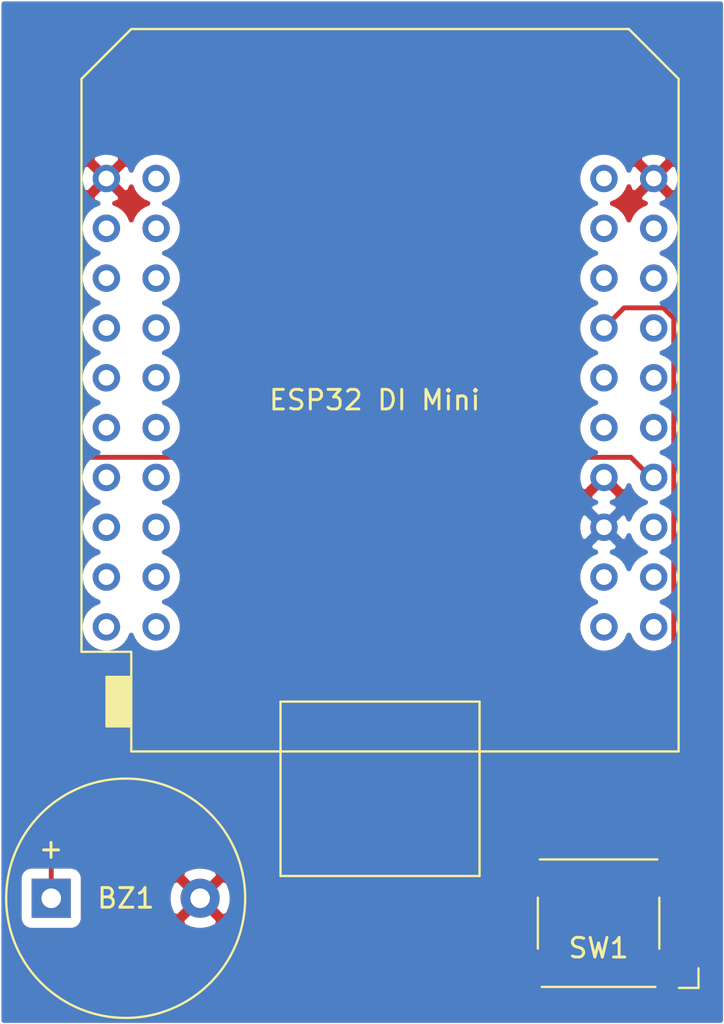
<source format=kicad_pcb>
(kicad_pcb (version 20171130) (host pcbnew "(5.1.9-0-10_14)")

  (general
    (thickness 1.6)
    (drawings 4)
    (tracks 11)
    (zones 0)
    (modules 3)
    (nets 39)
  )

  (page A4)
  (layers
    (0 F.Cu signal)
    (31 B.Cu signal)
    (32 B.Adhes user)
    (33 F.Adhes user)
    (34 B.Paste user)
    (35 F.Paste user)
    (36 B.SilkS user)
    (37 F.SilkS user)
    (38 B.Mask user)
    (39 F.Mask user)
    (40 Dwgs.User user)
    (41 Cmts.User user)
    (42 Eco1.User user)
    (43 Eco2.User user)
    (44 Edge.Cuts user)
    (45 Margin user)
    (46 B.CrtYd user)
    (47 F.CrtYd user)
    (48 B.Fab user)
    (49 F.Fab user)
  )

  (setup
    (last_trace_width 0.25)
    (trace_clearance 0.2)
    (zone_clearance 0.508)
    (zone_45_only no)
    (trace_min 0.2)
    (via_size 0.8)
    (via_drill 0.4)
    (via_min_size 0.4)
    (via_min_drill 0.3)
    (uvia_size 0.3)
    (uvia_drill 0.1)
    (uvias_allowed no)
    (uvia_min_size 0.2)
    (uvia_min_drill 0.1)
    (edge_width 0.05)
    (segment_width 0.2)
    (pcb_text_width 0.3)
    (pcb_text_size 1.5 1.5)
    (mod_edge_width 0.12)
    (mod_text_size 1 1)
    (mod_text_width 0.15)
    (pad_size 1.524 1.524)
    (pad_drill 0.762)
    (pad_to_mask_clearance 0)
    (aux_axis_origin 0 0)
    (visible_elements FFFFFF7F)
    (pcbplotparams
      (layerselection 0x010f0_ffffffff)
      (usegerberextensions true)
      (usegerberattributes true)
      (usegerberadvancedattributes true)
      (creategerberjobfile true)
      (excludeedgelayer true)
      (linewidth 0.100000)
      (plotframeref false)
      (viasonmask false)
      (mode 1)
      (useauxorigin false)
      (hpglpennumber 1)
      (hpglpenspeed 20)
      (hpglpendiameter 15.000000)
      (psnegative false)
      (psa4output false)
      (plotreference true)
      (plotvalue true)
      (plotinvisibletext false)
      (padsonsilk false)
      (subtractmaskfromsilk false)
      (outputformat 1)
      (mirror false)
      (drillshape 0)
      (scaleselection 1)
      (outputdirectory ""))
  )

  (net 0 "")
  (net 1 GND)
  (net 2 "Net-(BZ1-Pad1)")
  (net 3 "Net-(SW1-Pad2)")
  (net 4 "Net-(U1-Pad2)")
  (net 5 "Net-(U1-Pad3)")
  (net 6 "Net-(U1-Pad4)")
  (net 7 "Net-(U1-Pad5)")
  (net 8 "Net-(U1-Pad6)")
  (net 9 "Net-(U1-Pad7)")
  (net 10 "Net-(U1-Pad8)")
  (net 11 "Net-(U1-Pad9)")
  (net 12 "Net-(U1-Pad10)")
  (net 13 "Net-(U1-Pad11)")
  (net 14 "Net-(U1-Pad12)")
  (net 15 "Net-(U1-Pad13)")
  (net 16 "Net-(U1-Pad14)")
  (net 17 "Net-(U1-Pad15)")
  (net 18 "Net-(U1-Pad16)")
  (net 19 "Net-(U1-Pad17)")
  (net 20 "Net-(U1-Pad18)")
  (net 21 "Net-(U1-Pad19)")
  (net 22 "Net-(U1-Pad20)")
  (net 23 "Net-(U1-Pad21)")
  (net 24 "Net-(U1-Pad23)")
  (net 25 "Net-(U1-Pad24)")
  (net 26 "Net-(U1-Pad25)")
  (net 27 "Net-(U1-Pad26)")
  (net 28 "Net-(U1-Pad28)")
  (net 29 "Net-(U1-Pad29)")
  (net 30 "Net-(U1-Pad30)")
  (net 31 "Net-(U1-Pad31)")
  (net 32 "Net-(U1-Pad32)")
  (net 33 +5V)
  (net 34 "Net-(U1-Pad36)")
  (net 35 "Net-(U1-Pad37)")
  (net 36 "Net-(U1-Pad38)")
  (net 37 "Net-(U1-Pad39)")
  (net 38 "Net-(U1-Pad40)")

  (net_class Default "This is the default net class."
    (clearance 0.2)
    (trace_width 0.25)
    (via_dia 0.8)
    (via_drill 0.4)
    (uvia_dia 0.3)
    (uvia_drill 0.1)
    (add_net +5V)
    (add_net GND)
    (add_net "Net-(BZ1-Pad1)")
    (add_net "Net-(SW1-Pad2)")
    (add_net "Net-(U1-Pad10)")
    (add_net "Net-(U1-Pad11)")
    (add_net "Net-(U1-Pad12)")
    (add_net "Net-(U1-Pad13)")
    (add_net "Net-(U1-Pad14)")
    (add_net "Net-(U1-Pad15)")
    (add_net "Net-(U1-Pad16)")
    (add_net "Net-(U1-Pad17)")
    (add_net "Net-(U1-Pad18)")
    (add_net "Net-(U1-Pad19)")
    (add_net "Net-(U1-Pad2)")
    (add_net "Net-(U1-Pad20)")
    (add_net "Net-(U1-Pad21)")
    (add_net "Net-(U1-Pad23)")
    (add_net "Net-(U1-Pad24)")
    (add_net "Net-(U1-Pad25)")
    (add_net "Net-(U1-Pad26)")
    (add_net "Net-(U1-Pad28)")
    (add_net "Net-(U1-Pad29)")
    (add_net "Net-(U1-Pad3)")
    (add_net "Net-(U1-Pad30)")
    (add_net "Net-(U1-Pad31)")
    (add_net "Net-(U1-Pad32)")
    (add_net "Net-(U1-Pad36)")
    (add_net "Net-(U1-Pad37)")
    (add_net "Net-(U1-Pad38)")
    (add_net "Net-(U1-Pad39)")
    (add_net "Net-(U1-Pad4)")
    (add_net "Net-(U1-Pad40)")
    (add_net "Net-(U1-Pad5)")
    (add_net "Net-(U1-Pad6)")
    (add_net "Net-(U1-Pad7)")
    (add_net "Net-(U1-Pad8)")
    (add_net "Net-(U1-Pad9)")
  )

  (module ESP32_mini:ESP32_mini (layer F.Cu) (tedit 5F536902) (tstamp 6031F485)
    (at 143.785 96.655)
    (path /60319988)
    (fp_text reference "ESP32 DI Mini" (at -0.275 -0.135) (layer F.SilkS)
      (effects (font (size 1 1) (thickness 0.15)))
    )
    (fp_text value mini_esp32 (at 0 -1.27) (layer F.Fab)
      (effects (font (size 1 1) (thickness 0.15)))
    )
    (fp_text user "NO COPPER - KEEP OUT" (at 0 -15.24) (layer Dwgs.User)
      (effects (font (size 1 1) (thickness 0.15)))
    )
    (fp_text user PWR (at 12.573 15.875) (layer Dwgs.User)
      (effects (font (size 0.5 0.5) (thickness 0.125)))
    )
    (fp_text user IO_02 (at 12.7 13.335) (layer Dwgs.User)
      (effects (font (size 0.5 0.5) (thickness 0.125)))
    )
    (fp_line (start 13.97 12.7) (end 11.43 12.7) (layer Dwgs.User) (width 0.12))
    (fp_line (start 13.97 13.97) (end 13.97 12.7) (layer Dwgs.User) (width 0.12))
    (fp_line (start 11.43 13.97) (end 13.97 13.97) (layer Dwgs.User) (width 0.12))
    (fp_line (start 11.43 12.7) (end 11.43 13.97) (layer Dwgs.User) (width 0.12))
    (fp_line (start 13.97 15.24) (end 13.97 16.51) (layer Dwgs.User) (width 0.12))
    (fp_line (start 11.43 15.24) (end 13.97 15.24) (layer Dwgs.User) (width 0.12))
    (fp_line (start 11.43 16.51) (end 11.43 15.24) (layer Dwgs.User) (width 0.12))
    (fp_line (start 13.97 16.51) (end 11.43 16.51) (layer Dwgs.User) (width 0.12))
    (fp_line (start 5.08 15.24) (end 5.08 17.78) (layer F.SilkS) (width 0.12))
    (fp_line (start -5.08 15.24) (end 5.08 15.24) (layer F.SilkS) (width 0.12))
    (fp_line (start -5.08 17.78) (end -5.08 15.24) (layer F.SilkS) (width 0.12))
    (fp_line (start 5.08 24.13) (end 5.08 17.78) (layer F.SilkS) (width 0.12))
    (fp_line (start -5.08 24.13) (end 5.08 24.13) (layer F.SilkS) (width 0.12))
    (fp_line (start -5.08 17.78) (end -5.08 24.13) (layer F.SilkS) (width 0.12))
    (fp_line (start -12.7 17.78) (end 15.24 17.78) (layer F.SilkS) (width 0.12))
    (fp_line (start 15.24 -16.51) (end 11.43 -12.7) (layer Dwgs.User) (width 0.12))
    (fp_line (start 12.7 -19.05) (end 6.35 -12.7) (layer Dwgs.User) (width 0.12))
    (fp_line (start 8.89 -19.05) (end 2.54 -12.7) (layer Dwgs.User) (width 0.12))
    (fp_line (start 5.08 -19.05) (end -1.27 -12.7) (layer Dwgs.User) (width 0.12))
    (fp_line (start 1.27 -19.05) (end -5.08 -12.7) (layer Dwgs.User) (width 0.12))
    (fp_line (start -2.54 -19.05) (end -8.89 -12.7) (layer Dwgs.User) (width 0.12))
    (fp_line (start -6.35 -19.05) (end -12.7 -12.7) (layer Dwgs.User) (width 0.12))
    (fp_line (start -10.16 -19.05) (end -15.24 -13.97) (layer Dwgs.User) (width 0.12))
    (fp_line (start -15.24 -19.05) (end -15.24 -12.7) (layer Dwgs.User) (width 0.12))
    (fp_line (start 15.24 -19.05) (end -15.24 -19.05) (layer Dwgs.User) (width 0.12))
    (fp_line (start 15.24 -12.7) (end 15.24 -19.05) (layer Dwgs.User) (width 0.12))
    (fp_line (start -15.24 -12.7) (end 15.24 -12.7) (layer Dwgs.User) (width 0.12))
    (fp_poly (pts (xy -13.97 16.51) (xy -13.97 13.97) (xy -12.7 13.97) (xy -12.7 16.51)) (layer F.SilkS) (width 0.1))
    (fp_line (start -15.24 12.7) (end -12.7 12.7) (layer F.SilkS) (width 0.12))
    (fp_line (start -15.24 -16.51) (end -15.24 12.7) (layer F.SilkS) (width 0.12))
    (fp_line (start 15.24 -16.51) (end 15.24 17.78) (layer F.SilkS) (width 0.12))
    (fp_line (start -12.7 -19.05) (end -11.43 -19.05) (layer F.SilkS) (width 0.12))
    (fp_line (start -12.7 -19.05) (end -15.24 -16.51) (layer F.SilkS) (width 0.12))
    (fp_line (start 12.7 -19.05) (end 15.24 -16.51) (layer F.SilkS) (width 0.12))
    (fp_line (start 12.7 -19.05) (end -11.43 -19.05) (layer F.SilkS) (width 0.12))
    (fp_line (start -12.7 12.7) (end -12.7 17.78) (layer F.SilkS) (width 0.12))
    (pad 2 thru_hole circle (at -11.43 -11.43 270) (size 1.4 1.4) (drill 0.8) (layers *.Cu *.Mask)
      (net 4 "Net-(U1-Pad2)"))
    (pad 1 thru_hole circle (at -13.97 -11.43 270) (size 1.4 1.4) (drill 0.8) (layers *.Cu *.Mask)
      (net 1 GND))
    (pad 3 thru_hole circle (at -13.97 -8.89 270) (size 1.4 1.4) (drill 0.8) (layers *.Cu *.Mask)
      (net 5 "Net-(U1-Pad3)"))
    (pad 4 thru_hole circle (at -11.43 -8.89 270) (size 1.4 1.4) (drill 0.8) (layers *.Cu *.Mask)
      (net 6 "Net-(U1-Pad4)"))
    (pad 5 thru_hole circle (at -13.97 -6.35 270) (size 1.4 1.4) (drill 0.8) (layers *.Cu *.Mask)
      (net 7 "Net-(U1-Pad5)"))
    (pad 6 thru_hole circle (at -11.43 -6.35 270) (size 1.4 1.4) (drill 0.8) (layers *.Cu *.Mask)
      (net 8 "Net-(U1-Pad6)"))
    (pad 7 thru_hole circle (at -13.97 -3.81 270) (size 1.4 1.4) (drill 0.8) (layers *.Cu *.Mask)
      (net 9 "Net-(U1-Pad7)"))
    (pad 8 thru_hole circle (at -11.43 -3.81 270) (size 1.4 1.4) (drill 0.8) (layers *.Cu *.Mask)
      (net 10 "Net-(U1-Pad8)"))
    (pad 9 thru_hole circle (at -13.97 -1.27 270) (size 1.4 1.4) (drill 0.8) (layers *.Cu *.Mask)
      (net 11 "Net-(U1-Pad9)"))
    (pad 10 thru_hole circle (at -11.43 -1.27 270) (size 1.4 1.4) (drill 0.8) (layers *.Cu *.Mask)
      (net 12 "Net-(U1-Pad10)"))
    (pad 11 thru_hole circle (at -13.97 1.27 270) (size 1.4 1.4) (drill 0.8) (layers *.Cu *.Mask)
      (net 13 "Net-(U1-Pad11)"))
    (pad 12 thru_hole circle (at -11.43 1.27 270) (size 1.4 1.4) (drill 0.8) (layers *.Cu *.Mask)
      (net 14 "Net-(U1-Pad12)"))
    (pad 13 thru_hole circle (at -13.97 3.81 270) (size 1.4 1.4) (drill 0.8) (layers *.Cu *.Mask)
      (net 15 "Net-(U1-Pad13)"))
    (pad 14 thru_hole circle (at -11.43 3.81 270) (size 1.4 1.4) (drill 0.8) (layers *.Cu *.Mask)
      (net 16 "Net-(U1-Pad14)"))
    (pad 15 thru_hole circle (at -13.97 6.35 270) (size 1.4 1.4) (drill 0.8) (layers *.Cu *.Mask)
      (net 17 "Net-(U1-Pad15)"))
    (pad 16 thru_hole circle (at -11.43 6.35 270) (size 1.4 1.4) (drill 0.8) (layers *.Cu *.Mask)
      (net 18 "Net-(U1-Pad16)"))
    (pad 17 thru_hole circle (at -13.97 8.89 270) (size 1.4 1.4) (drill 0.8) (layers *.Cu *.Mask)
      (net 19 "Net-(U1-Pad17)"))
    (pad 18 thru_hole circle (at -11.43 8.89 270) (size 1.4 1.4) (drill 0.8) (layers *.Cu *.Mask)
      (net 20 "Net-(U1-Pad18)"))
    (pad 19 thru_hole circle (at -13.97 11.43 270) (size 1.4 1.4) (drill 0.8) (layers *.Cu *.Mask)
      (net 21 "Net-(U1-Pad19)"))
    (pad 20 thru_hole circle (at -11.43 11.43 270) (size 1.4 1.4) (drill 0.8) (layers *.Cu *.Mask)
      (net 22 "Net-(U1-Pad20)"))
    (pad 21 thru_hole circle (at 11.43 -11.43 270) (size 1.4 1.4) (drill 0.8) (layers *.Cu *.Mask)
      (net 23 "Net-(U1-Pad21)"))
    (pad 22 thru_hole circle (at 13.97 -11.43 270) (size 1.4 1.4) (drill 0.8) (layers *.Cu *.Mask)
      (net 1 GND))
    (pad 23 thru_hole circle (at 11.43 -8.89 270) (size 1.4 1.4) (drill 0.8) (layers *.Cu *.Mask)
      (net 24 "Net-(U1-Pad23)"))
    (pad 24 thru_hole circle (at 13.97 -8.89 270) (size 1.4 1.4) (drill 0.8) (layers *.Cu *.Mask)
      (net 25 "Net-(U1-Pad24)"))
    (pad 25 thru_hole circle (at 11.43 -6.35 270) (size 1.4 1.4) (drill 0.8) (layers *.Cu *.Mask)
      (net 26 "Net-(U1-Pad25)"))
    (pad 26 thru_hole circle (at 13.97 -6.35 270) (size 1.4 1.4) (drill 0.8) (layers *.Cu *.Mask)
      (net 27 "Net-(U1-Pad26)"))
    (pad 27 thru_hole circle (at 11.43 -3.81 270) (size 1.4 1.4) (drill 0.8) (layers *.Cu *.Mask)
      (net 3 "Net-(SW1-Pad2)"))
    (pad 28 thru_hole circle (at 13.97 -3.81 270) (size 1.4 1.4) (drill 0.8) (layers *.Cu *.Mask)
      (net 28 "Net-(U1-Pad28)"))
    (pad 29 thru_hole circle (at 11.43 -1.27 270) (size 1.4 1.4) (drill 0.8) (layers *.Cu *.Mask)
      (net 29 "Net-(U1-Pad29)"))
    (pad 30 thru_hole circle (at 13.97 -1.27 270) (size 1.4 1.4) (drill 0.8) (layers *.Cu *.Mask)
      (net 30 "Net-(U1-Pad30)"))
    (pad 31 thru_hole circle (at 11.43 1.27 270) (size 1.4 1.4) (drill 0.8) (layers *.Cu *.Mask)
      (net 31 "Net-(U1-Pad31)"))
    (pad 32 thru_hole circle (at 13.97 1.27 270) (size 1.4 1.4) (drill 0.8) (layers *.Cu *.Mask)
      (net 32 "Net-(U1-Pad32)"))
    (pad 33 thru_hole circle (at 11.43 3.81 270) (size 1.4 1.4) (drill 0.8) (layers *.Cu *.Mask)
      (net 1 GND))
    (pad 34 thru_hole circle (at 13.97 3.81 270) (size 1.4 1.4) (drill 0.8) (layers *.Cu *.Mask)
      (net 2 "Net-(BZ1-Pad1)"))
    (pad 35 thru_hole circle (at 11.43 6.35 270) (size 1.4 1.4) (drill 0.8) (layers *.Cu *.Mask)
      (net 33 +5V))
    (pad 36 thru_hole circle (at 13.97 6.35 270) (size 1.4 1.4) (drill 0.8) (layers *.Cu *.Mask)
      (net 34 "Net-(U1-Pad36)"))
    (pad 37 thru_hole circle (at 11.43 8.89 270) (size 1.4 1.4) (drill 0.8) (layers *.Cu *.Mask)
      (net 35 "Net-(U1-Pad37)"))
    (pad 38 thru_hole circle (at 13.97 8.89 270) (size 1.4 1.4) (drill 0.8) (layers *.Cu *.Mask)
      (net 36 "Net-(U1-Pad38)"))
    (pad 39 thru_hole circle (at 11.43 11.43 270) (size 1.4 1.4) (drill 0.8) (layers *.Cu *.Mask)
      (net 37 "Net-(U1-Pad39)"))
    (pad 40 thru_hole circle (at 13.97 11.43 270) (size 1.4 1.4) (drill 0.8) (layers *.Cu *.Mask)
      (net 38 "Net-(U1-Pad40)"))
    (model ${KISYS3DMOD}/Connector_PinSocket_1.00mm.3dshapes/PinSocket_1x10_P1.00mm_Vertical.step
      (offset (xyz 14 11.3 0.5))
      (scale (xyz 2.52 2.52 2.52))
      (rotate (xyz 0 0 0))
    )
    (model ${KISYS3DMOD}/Connector_PinSocket_1.00mm.3dshapes/PinSocket_1x10_P1.00mm_Vertical.step
      (offset (xyz -14 11.3 -0.5))
      (scale (xyz 2.52 2.52 2.52))
      (rotate (xyz 0 0 0))
    )
  )

  (module Button_Switch_SMD:SW_SPST_Omron_B3FS-100xP (layer F.Cu) (tedit 5E6E8EA9) (tstamp 6031FA6A)
    (at 154.94 123.19 180)
    (descr "Surface Mount Tactile Switch for High-Density Mounting, 3.1mm height, https://omronfs.omron.com/en_US/ecb/products/pdf/en-b3fs.pdf")
    (tags "Tactile Switch")
    (path /6031E1B8)
    (attr smd)
    (fp_text reference SW1 (at 0 -1.27) (layer F.SilkS)
      (effects (font (size 1 1) (thickness 0.15)))
    )
    (fp_text value SW_Push (at 0 4.2) (layer F.Fab)
      (effects (font (size 1 1) (thickness 0.15)))
    )
    (fp_text user %R (at 0 -2.2) (layer F.Fab)
      (effects (font (size 1 1) (thickness 0.15)))
    )
    (fp_line (start 2.9 -3.25) (end -2.9 -3.25) (layer F.SilkS) (width 0.12))
    (fp_line (start 3 3.25) (end -3 3.25) (layer F.SilkS) (width 0.12))
    (fp_line (start 3.1 -1.3) (end 3.1 1.3) (layer F.SilkS) (width 0.12))
    (fp_line (start -3.1 -1.3) (end -3.1 1.3) (layer F.SilkS) (width 0.12))
    (fp_line (start -3 -3.15) (end 3 -3.15) (layer F.Fab) (width 0.1))
    (fp_line (start 3 -3.15) (end 3 3.15) (layer F.Fab) (width 0.1))
    (fp_line (start 3 3.15) (end -3 3.15) (layer F.Fab) (width 0.1))
    (fp_line (start -3 3.15) (end -3 -3.15) (layer F.Fab) (width 0.1))
    (fp_line (start -5.05 -3.4) (end 5.05 -3.4) (layer F.CrtYd) (width 0.05))
    (fp_line (start 5.05 -3.4) (end 5.05 -1.3) (layer F.CrtYd) (width 0.05))
    (fp_line (start 5.05 -1.3) (end 3.25 -1.3) (layer F.CrtYd) (width 0.05))
    (fp_line (start 3.25 -1.3) (end 3.25 1.3) (layer F.CrtYd) (width 0.05))
    (fp_line (start 3.25 1.3) (end 5.05 1.3) (layer F.CrtYd) (width 0.05))
    (fp_line (start 5.05 1.3) (end 5.05 3.4) (layer F.CrtYd) (width 0.05))
    (fp_line (start 5.05 3.4) (end -5.05 3.4) (layer F.CrtYd) (width 0.05))
    (fp_line (start -5.05 3.4) (end -5.05 1.3) (layer F.CrtYd) (width 0.05))
    (fp_line (start -5.05 1.3) (end -3.25 1.3) (layer F.CrtYd) (width 0.05))
    (fp_line (start -3.25 1.3) (end -3.25 -1.3) (layer F.CrtYd) (width 0.05))
    (fp_line (start -3.25 -1.3) (end -5.05 -1.3) (layer F.CrtYd) (width 0.05))
    (fp_line (start -5.05 -1.3) (end -5.05 -3.4) (layer F.CrtYd) (width 0.05))
    (fp_circle (center 0 0) (end 1.5 0) (layer F.Fab) (width 0.1))
    (fp_line (start -5.1 -2.3) (end -5.1 -3.3) (layer F.SilkS) (width 0.12))
    (fp_line (start -5.1 -3.3) (end -4.1 -3.3) (layer F.SilkS) (width 0.12))
    (pad 3 smd rect (at -4 2.25) (size 1.6 1.4) (layers F.Cu F.Paste F.Mask))
    (pad 4 smd rect (at 4 2.25) (size 1.6 1.4) (layers F.Cu F.Paste F.Mask))
    (pad 1 smd rect (at -4 -2.25) (size 1.6 1.4) (layers F.Cu F.Paste F.Mask)
      (net 1 GND))
    (pad 2 smd rect (at 4 -2.25) (size 1.6 1.4) (layers F.Cu F.Paste F.Mask)
      (net 3 "Net-(SW1-Pad2)"))
    (model ${KISYS3DMOD}/Button_Switch_SMD.3dshapes/SW_SPST_PTS645.wrl
      (at (xyz 0 0 0))
      (scale (xyz 1 1 1))
      (rotate (xyz 0 0 0))
    )
  )

  (module Buzzer_Beeper:Buzzer_12x9.5RM7.6 (layer F.Cu) (tedit 5A030281) (tstamp 6031F410)
    (at 127 121.92)
    (descr "Generic Buzzer, D12mm height 9.5mm with RM7.6mm")
    (tags buzzer)
    (path /6031B957)
    (fp_text reference BZ1 (at 3.81 0) (layer F.SilkS)
      (effects (font (size 1 1) (thickness 0.15)))
    )
    (fp_text value Buzzer (at 3.8 3.81) (layer F.Fab)
      (effects (font (size 1 1) (thickness 0.15)))
    )
    (fp_text user %R (at 3.8 -4) (layer F.Fab)
      (effects (font (size 1 1) (thickness 0.15)))
    )
    (fp_text user + (at -0.01 -2.54) (layer F.SilkS)
      (effects (font (size 1 1) (thickness 0.15)))
    )
    (fp_text user + (at -0.01 -2.54) (layer F.Fab)
      (effects (font (size 1 1) (thickness 0.15)))
    )
    (fp_circle (center 3.8 0) (end 10.05 0) (layer F.CrtYd) (width 0.05))
    (fp_circle (center 3.8 0) (end 9.8 0) (layer F.Fab) (width 0.1))
    (fp_circle (center 3.8 0) (end 4.8 0) (layer F.Fab) (width 0.1))
    (fp_circle (center 3.8 0) (end 9.9 0) (layer F.SilkS) (width 0.12))
    (pad 2 thru_hole circle (at 7.6 0) (size 2 2) (drill 1) (layers *.Cu *.Mask)
      (net 1 GND))
    (pad 1 thru_hole rect (at 0 0) (size 2 2) (drill 1) (layers *.Cu *.Mask)
      (net 2 "Net-(BZ1-Pad1)"))
    (model ${KISYS3DMOD}/Buzzer_Beeper.3dshapes/Buzzer_15x7.5RM7.6.wrl
      (offset (xyz 0.3 0 0))
      (scale (xyz 0.9 0.9 0.9))
      (rotate (xyz 0 0 0))
    )
  )

  (gr_line (start 124.46 76.2) (end 124.46 128.27) (layer Dwgs.User) (width 0.15) (tstamp 6031F9FE))
  (gr_line (start 161.29 76.2) (end 124.46 76.2) (layer Dwgs.User) (width 0.15))
  (gr_line (start 161.29 128.27) (end 161.29 76.2) (layer Dwgs.User) (width 0.15))
  (gr_line (start 124.46 128.27) (end 161.29 128.27) (layer Dwgs.User) (width 0.15))

  (segment (start 127 121.92) (end 127 100.33) (width 0.25) (layer F.Cu) (net 2))
  (segment (start 157.615 100.465) (end 157.755 100.465) (width 0.25) (layer F.Cu) (net 2))
  (segment (start 156.589999 99.439999) (end 157.615 100.465) (width 0.25) (layer F.Cu) (net 2))
  (segment (start 127.890001 99.439999) (end 156.589999 99.439999) (width 0.25) (layer F.Cu) (net 2))
  (segment (start 127 100.33) (end 127.890001 99.439999) (width 0.25) (layer F.Cu) (net 2))
  (segment (start 150.94 125.44) (end 150.94 125.54) (width 0.25) (layer F.Cu) (net 3))
  (segment (start 156.240001 91.819999) (end 155.215 92.845) (width 0.25) (layer F.Cu) (net 3))
  (segment (start 158.247001 91.819999) (end 156.240001 91.819999) (width 0.25) (layer F.Cu) (net 3))
  (segment (start 158.780001 92.352999) (end 158.247001 91.819999) (width 0.25) (layer F.Cu) (net 3))
  (segment (start 158.780001 117.699999) (end 158.780001 92.352999) (width 0.25) (layer F.Cu) (net 3))
  (segment (start 150.94 125.54) (end 158.780001 117.699999) (width 0.25) (layer F.Cu) (net 3))

  (zone (net 1) (net_name GND) (layer F.Cu) (tstamp 6031FFAC) (hatch edge 0.508)
    (connect_pads (clearance 0.508))
    (min_thickness 0.254)
    (fill yes (arc_segments 32) (thermal_gap 0.508) (thermal_bridge_width 0.508))
    (polygon
      (pts
        (xy 161.29 128.27) (xy 124.46 128.27) (xy 124.46 76.2) (xy 161.29 76.2)
      )
    )
    (filled_polygon
      (pts
        (xy 161.163 128.143) (xy 124.587 128.143) (xy 124.587 120.92) (xy 125.361928 120.92) (xy 125.361928 122.92)
        (xy 125.374188 123.044482) (xy 125.410498 123.16418) (xy 125.469463 123.274494) (xy 125.548815 123.371185) (xy 125.645506 123.450537)
        (xy 125.75582 123.509502) (xy 125.875518 123.545812) (xy 126 123.558072) (xy 128 123.558072) (xy 128.124482 123.545812)
        (xy 128.24418 123.509502) (xy 128.354494 123.450537) (xy 128.451185 123.371185) (xy 128.530537 123.274494) (xy 128.589502 123.16418)
        (xy 128.622496 123.055413) (xy 133.644192 123.055413) (xy 133.739956 123.319814) (xy 134.029571 123.460704) (xy 134.341108 123.542384)
        (xy 134.662595 123.561718) (xy 134.981675 123.517961) (xy 135.286088 123.412795) (xy 135.460044 123.319814) (xy 135.555808 123.055413)
        (xy 134.6 122.099605) (xy 133.644192 123.055413) (xy 128.622496 123.055413) (xy 128.625812 123.044482) (xy 128.638072 122.92)
        (xy 128.638072 121.982595) (xy 132.958282 121.982595) (xy 133.002039 122.301675) (xy 133.107205 122.606088) (xy 133.200186 122.780044)
        (xy 133.464587 122.875808) (xy 134.420395 121.92) (xy 134.779605 121.92) (xy 135.735413 122.875808) (xy 135.999814 122.780044)
        (xy 136.140704 122.490429) (xy 136.222384 122.178892) (xy 136.241718 121.857405) (xy 136.197961 121.538325) (xy 136.092795 121.233912)
        (xy 135.999814 121.059956) (xy 135.735413 120.964192) (xy 134.779605 121.92) (xy 134.420395 121.92) (xy 133.464587 120.964192)
        (xy 133.200186 121.059956) (xy 133.059296 121.349571) (xy 132.977616 121.661108) (xy 132.958282 121.982595) (xy 128.638072 121.982595)
        (xy 128.638072 120.92) (xy 128.625812 120.795518) (xy 128.622497 120.784587) (xy 133.644192 120.784587) (xy 134.6 121.740395)
        (xy 135.555808 120.784587) (xy 135.460044 120.520186) (xy 135.170429 120.379296) (xy 134.858892 120.297616) (xy 134.537405 120.278282)
        (xy 134.218325 120.322039) (xy 133.913912 120.427205) (xy 133.739956 120.520186) (xy 133.644192 120.784587) (xy 128.622497 120.784587)
        (xy 128.589502 120.67582) (xy 128.530537 120.565506) (xy 128.451185 120.468815) (xy 128.354494 120.389463) (xy 128.24418 120.330498)
        (xy 128.124482 120.294188) (xy 128 120.281928) (xy 127.76 120.281928) (xy 127.76 120.24) (xy 149.501928 120.24)
        (xy 149.501928 121.64) (xy 149.514188 121.764482) (xy 149.550498 121.88418) (xy 149.609463 121.994494) (xy 149.688815 122.091185)
        (xy 149.785506 122.170537) (xy 149.89582 122.229502) (xy 150.015518 122.265812) (xy 150.14 122.278072) (xy 151.74 122.278072)
        (xy 151.864482 122.265812) (xy 151.98418 122.229502) (xy 152.094494 122.170537) (xy 152.191185 122.091185) (xy 152.270537 121.994494)
        (xy 152.329502 121.88418) (xy 152.365812 121.764482) (xy 152.378072 121.64) (xy 152.378072 120.24) (xy 152.365812 120.115518)
        (xy 152.329502 119.99582) (xy 152.270537 119.885506) (xy 152.191185 119.788815) (xy 152.094494 119.709463) (xy 151.98418 119.650498)
        (xy 151.864482 119.614188) (xy 151.74 119.601928) (xy 150.14 119.601928) (xy 150.015518 119.614188) (xy 149.89582 119.650498)
        (xy 149.785506 119.709463) (xy 149.688815 119.788815) (xy 149.609463 119.885506) (xy 149.550498 119.99582) (xy 149.514188 120.115518)
        (xy 149.501928 120.24) (xy 127.76 120.24) (xy 127.76 100.644802) (xy 128.204803 100.199999) (xy 128.506558 100.199999)
        (xy 128.48 100.333514) (xy 128.48 100.596486) (xy 128.531304 100.854405) (xy 128.631939 101.097359) (xy 128.778038 101.316013)
        (xy 128.963987 101.501962) (xy 129.182641 101.648061) (xy 129.39253 101.735) (xy 129.182641 101.821939) (xy 128.963987 101.968038)
        (xy 128.778038 102.153987) (xy 128.631939 102.372641) (xy 128.531304 102.615595) (xy 128.48 102.873514) (xy 128.48 103.136486)
        (xy 128.531304 103.394405) (xy 128.631939 103.637359) (xy 128.778038 103.856013) (xy 128.963987 104.041962) (xy 129.182641 104.188061)
        (xy 129.39253 104.275) (xy 129.182641 104.361939) (xy 128.963987 104.508038) (xy 128.778038 104.693987) (xy 128.631939 104.912641)
        (xy 128.531304 105.155595) (xy 128.48 105.413514) (xy 128.48 105.676486) (xy 128.531304 105.934405) (xy 128.631939 106.177359)
        (xy 128.778038 106.396013) (xy 128.963987 106.581962) (xy 129.182641 106.728061) (xy 129.39253 106.815) (xy 129.182641 106.901939)
        (xy 128.963987 107.048038) (xy 128.778038 107.233987) (xy 128.631939 107.452641) (xy 128.531304 107.695595) (xy 128.48 107.953514)
        (xy 128.48 108.216486) (xy 128.531304 108.474405) (xy 128.631939 108.717359) (xy 128.778038 108.936013) (xy 128.963987 109.121962)
        (xy 129.182641 109.268061) (xy 129.425595 109.368696) (xy 129.683514 109.42) (xy 129.946486 109.42) (xy 130.204405 109.368696)
        (xy 130.447359 109.268061) (xy 130.666013 109.121962) (xy 130.851962 108.936013) (xy 130.998061 108.717359) (xy 131.085 108.50747)
        (xy 131.171939 108.717359) (xy 131.318038 108.936013) (xy 131.503987 109.121962) (xy 131.722641 109.268061) (xy 131.965595 109.368696)
        (xy 132.223514 109.42) (xy 132.486486 109.42) (xy 132.744405 109.368696) (xy 132.987359 109.268061) (xy 133.206013 109.121962)
        (xy 133.391962 108.936013) (xy 133.538061 108.717359) (xy 133.638696 108.474405) (xy 133.69 108.216486) (xy 133.69 107.953514)
        (xy 133.638696 107.695595) (xy 133.538061 107.452641) (xy 133.391962 107.233987) (xy 133.206013 107.048038) (xy 132.987359 106.901939)
        (xy 132.77747 106.815) (xy 132.987359 106.728061) (xy 133.206013 106.581962) (xy 133.391962 106.396013) (xy 133.538061 106.177359)
        (xy 133.638696 105.934405) (xy 133.69 105.676486) (xy 133.69 105.413514) (xy 133.638696 105.155595) (xy 133.538061 104.912641)
        (xy 133.391962 104.693987) (xy 133.206013 104.508038) (xy 132.987359 104.361939) (xy 132.77747 104.275) (xy 132.987359 104.188061)
        (xy 133.206013 104.041962) (xy 133.391962 103.856013) (xy 133.538061 103.637359) (xy 133.638696 103.394405) (xy 133.69 103.136486)
        (xy 133.69 102.873514) (xy 133.638696 102.615595) (xy 133.538061 102.372641) (xy 133.391962 102.153987) (xy 133.206013 101.968038)
        (xy 132.987359 101.821939) (xy 132.77747 101.735) (xy 132.987359 101.648061) (xy 133.206013 101.501962) (xy 133.391962 101.316013)
        (xy 133.538061 101.097359) (xy 133.638696 100.854405) (xy 133.69 100.596486) (xy 133.69 100.333514) (xy 133.663442 100.199999)
        (xy 153.905514 100.199999) (xy 153.886817 100.27674) (xy 153.87561 100.539473) (xy 153.915875 100.799344) (xy 154.006065 101.046366)
        (xy 154.059963 101.147203) (xy 154.293731 101.206664) (xy 155.035395 100.465) (xy 155.021253 100.450858) (xy 155.200858 100.271253)
        (xy 155.215 100.285395) (xy 155.229143 100.271253) (xy 155.408748 100.450858) (xy 155.394605 100.465) (xy 156.136269 101.206664)
        (xy 156.370037 101.147203) (xy 156.480934 100.908758) (xy 156.485706 100.889173) (xy 156.571939 101.097359) (xy 156.718038 101.316013)
        (xy 156.903987 101.501962) (xy 157.122641 101.648061) (xy 157.33253 101.735) (xy 157.122641 101.821939) (xy 156.903987 101.968038)
        (xy 156.718038 102.153987) (xy 156.571939 102.372641) (xy 156.485 102.58253) (xy 156.398061 102.372641) (xy 156.251962 102.153987)
        (xy 156.066013 101.968038) (xy 155.847359 101.821939) (xy 155.633556 101.733379) (xy 155.796366 101.673935) (xy 155.897203 101.620037)
        (xy 155.956664 101.386269) (xy 155.215 100.644605) (xy 154.473336 101.386269) (xy 154.532797 101.620037) (xy 154.771242 101.730934)
        (xy 154.790827 101.735706) (xy 154.582641 101.821939) (xy 154.363987 101.968038) (xy 154.178038 102.153987) (xy 154.031939 102.372641)
        (xy 153.931304 102.615595) (xy 153.88 102.873514) (xy 153.88 103.136486) (xy 153.931304 103.394405) (xy 154.031939 103.637359)
        (xy 154.178038 103.856013) (xy 154.363987 104.041962) (xy 154.582641 104.188061) (xy 154.79253 104.275) (xy 154.582641 104.361939)
        (xy 154.363987 104.508038) (xy 154.178038 104.693987) (xy 154.031939 104.912641) (xy 153.931304 105.155595) (xy 153.88 105.413514)
        (xy 153.88 105.676486) (xy 153.931304 105.934405) (xy 154.031939 106.177359) (xy 154.178038 106.396013) (xy 154.363987 106.581962)
        (xy 154.582641 106.728061) (xy 154.79253 106.815) (xy 154.582641 106.901939) (xy 154.363987 107.048038) (xy 154.178038 107.233987)
        (xy 154.031939 107.452641) (xy 153.931304 107.695595) (xy 153.88 107.953514) (xy 153.88 108.216486) (xy 153.931304 108.474405)
        (xy 154.031939 108.717359) (xy 154.178038 108.936013) (xy 154.363987 109.121962) (xy 154.582641 109.268061) (xy 154.825595 109.368696)
        (xy 155.083514 109.42) (xy 155.346486 109.42) (xy 155.604405 109.368696) (xy 155.847359 109.268061) (xy 156.066013 109.121962)
        (xy 156.251962 108.936013) (xy 156.398061 108.717359) (xy 156.485 108.50747) (xy 156.571939 108.717359) (xy 156.718038 108.936013)
        (xy 156.903987 109.121962) (xy 157.122641 109.268061) (xy 157.365595 109.368696) (xy 157.623514 109.42) (xy 157.886486 109.42)
        (xy 158.020001 109.393442) (xy 158.020001 117.385197) (xy 151.303271 124.101928) (xy 150.14 124.101928) (xy 150.015518 124.114188)
        (xy 149.89582 124.150498) (xy 149.785506 124.209463) (xy 149.688815 124.288815) (xy 149.609463 124.385506) (xy 149.550498 124.49582)
        (xy 149.514188 124.615518) (xy 149.501928 124.74) (xy 149.501928 126.14) (xy 149.514188 126.264482) (xy 149.550498 126.38418)
        (xy 149.609463 126.494494) (xy 149.688815 126.591185) (xy 149.785506 126.670537) (xy 149.89582 126.729502) (xy 150.015518 126.765812)
        (xy 150.14 126.778072) (xy 151.74 126.778072) (xy 151.864482 126.765812) (xy 151.98418 126.729502) (xy 152.094494 126.670537)
        (xy 152.191185 126.591185) (xy 152.270537 126.494494) (xy 152.329502 126.38418) (xy 152.365812 126.264482) (xy 152.378072 126.14)
        (xy 157.501928 126.14) (xy 157.514188 126.264482) (xy 157.550498 126.38418) (xy 157.609463 126.494494) (xy 157.688815 126.591185)
        (xy 157.785506 126.670537) (xy 157.89582 126.729502) (xy 158.015518 126.765812) (xy 158.14 126.778072) (xy 158.65425 126.775)
        (xy 158.813 126.61625) (xy 158.813 125.567) (xy 159.067 125.567) (xy 159.067 126.61625) (xy 159.22575 126.775)
        (xy 159.74 126.778072) (xy 159.864482 126.765812) (xy 159.98418 126.729502) (xy 160.094494 126.670537) (xy 160.191185 126.591185)
        (xy 160.270537 126.494494) (xy 160.329502 126.38418) (xy 160.365812 126.264482) (xy 160.378072 126.14) (xy 160.375 125.72575)
        (xy 160.21625 125.567) (xy 159.067 125.567) (xy 158.813 125.567) (xy 157.66375 125.567) (xy 157.505 125.72575)
        (xy 157.501928 126.14) (xy 152.378072 126.14) (xy 152.378072 125.176729) (xy 152.814801 124.74) (xy 157.501928 124.74)
        (xy 157.505 125.15425) (xy 157.66375 125.313) (xy 158.813 125.313) (xy 158.813 124.26375) (xy 159.067 124.26375)
        (xy 159.067 125.313) (xy 160.21625 125.313) (xy 160.375 125.15425) (xy 160.378072 124.74) (xy 160.365812 124.615518)
        (xy 160.329502 124.49582) (xy 160.270537 124.385506) (xy 160.191185 124.288815) (xy 160.094494 124.209463) (xy 159.98418 124.150498)
        (xy 159.864482 124.114188) (xy 159.74 124.101928) (xy 159.22575 124.105) (xy 159.067 124.26375) (xy 158.813 124.26375)
        (xy 158.65425 124.105) (xy 158.14 124.101928) (xy 158.015518 124.114188) (xy 157.89582 124.150498) (xy 157.785506 124.209463)
        (xy 157.688815 124.288815) (xy 157.609463 124.385506) (xy 157.550498 124.49582) (xy 157.514188 124.615518) (xy 157.501928 124.74)
        (xy 152.814801 124.74) (xy 157.546804 120.007998) (xy 157.514188 120.115518) (xy 157.501928 120.24) (xy 157.501928 121.64)
        (xy 157.514188 121.764482) (xy 157.550498 121.88418) (xy 157.609463 121.994494) (xy 157.688815 122.091185) (xy 157.785506 122.170537)
        (xy 157.89582 122.229502) (xy 158.015518 122.265812) (xy 158.14 122.278072) (xy 159.74 122.278072) (xy 159.864482 122.265812)
        (xy 159.98418 122.229502) (xy 160.094494 122.170537) (xy 160.191185 122.091185) (xy 160.270537 121.994494) (xy 160.329502 121.88418)
        (xy 160.365812 121.764482) (xy 160.378072 121.64) (xy 160.378072 120.24) (xy 160.365812 120.115518) (xy 160.329502 119.99582)
        (xy 160.270537 119.885506) (xy 160.191185 119.788815) (xy 160.094494 119.709463) (xy 159.98418 119.650498) (xy 159.864482 119.614188)
        (xy 159.74 119.601928) (xy 158.14 119.601928) (xy 158.015518 119.614188) (xy 157.907998 119.646804) (xy 159.291005 118.263797)
        (xy 159.320002 118.24) (xy 159.414975 118.124275) (xy 159.485547 117.992246) (xy 159.529004 117.848985) (xy 159.540001 117.737332)
        (xy 159.540001 117.737324) (xy 159.543677 117.699999) (xy 159.540001 117.662674) (xy 159.540001 92.390322) (xy 159.543677 92.352999)
        (xy 159.540001 92.315676) (xy 159.540001 92.315666) (xy 159.529004 92.204013) (xy 159.485547 92.060752) (xy 159.414975 91.928723)
        (xy 159.320002 91.812998) (xy 159.291003 91.789199) (xy 158.810804 91.309001) (xy 158.787002 91.279998) (xy 158.721628 91.226347)
        (xy 158.791962 91.156013) (xy 158.938061 90.937359) (xy 159.038696 90.694405) (xy 159.09 90.436486) (xy 159.09 90.173514)
        (xy 159.038696 89.915595) (xy 158.938061 89.672641) (xy 158.791962 89.453987) (xy 158.606013 89.268038) (xy 158.387359 89.121939)
        (xy 158.17747 89.035) (xy 158.387359 88.948061) (xy 158.606013 88.801962) (xy 158.791962 88.616013) (xy 158.938061 88.397359)
        (xy 159.038696 88.154405) (xy 159.09 87.896486) (xy 159.09 87.633514) (xy 159.038696 87.375595) (xy 158.938061 87.132641)
        (xy 158.791962 86.913987) (xy 158.606013 86.728038) (xy 158.387359 86.581939) (xy 158.173556 86.493379) (xy 158.336366 86.433935)
        (xy 158.437203 86.380037) (xy 158.496664 86.146269) (xy 157.755 85.404605) (xy 157.013336 86.146269) (xy 157.072797 86.380037)
        (xy 157.311242 86.490934) (xy 157.330827 86.495706) (xy 157.122641 86.581939) (xy 156.903987 86.728038) (xy 156.718038 86.913987)
        (xy 156.571939 87.132641) (xy 156.485 87.34253) (xy 156.398061 87.132641) (xy 156.251962 86.913987) (xy 156.066013 86.728038)
        (xy 155.847359 86.581939) (xy 155.63747 86.495) (xy 155.847359 86.408061) (xy 156.066013 86.261962) (xy 156.251962 86.076013)
        (xy 156.398061 85.857359) (xy 156.486621 85.643556) (xy 156.546065 85.806366) (xy 156.599963 85.907203) (xy 156.833731 85.966664)
        (xy 157.575395 85.225) (xy 157.934605 85.225) (xy 158.676269 85.966664) (xy 158.910037 85.907203) (xy 159.020934 85.668758)
        (xy 159.083183 85.41326) (xy 159.09439 85.150527) (xy 159.054125 84.890656) (xy 158.963935 84.643634) (xy 158.910037 84.542797)
        (xy 158.676269 84.483336) (xy 157.934605 85.225) (xy 157.575395 85.225) (xy 156.833731 84.483336) (xy 156.599963 84.542797)
        (xy 156.489066 84.781242) (xy 156.484294 84.800827) (xy 156.398061 84.592641) (xy 156.251962 84.373987) (xy 156.181706 84.303731)
        (xy 157.013336 84.303731) (xy 157.755 85.045395) (xy 158.496664 84.303731) (xy 158.437203 84.069963) (xy 158.198758 83.959066)
        (xy 157.94326 83.896817) (xy 157.680527 83.88561) (xy 157.420656 83.925875) (xy 157.173634 84.016065) (xy 157.072797 84.069963)
        (xy 157.013336 84.303731) (xy 156.181706 84.303731) (xy 156.066013 84.188038) (xy 155.847359 84.041939) (xy 155.604405 83.941304)
        (xy 155.346486 83.89) (xy 155.083514 83.89) (xy 154.825595 83.941304) (xy 154.582641 84.041939) (xy 154.363987 84.188038)
        (xy 154.178038 84.373987) (xy 154.031939 84.592641) (xy 153.931304 84.835595) (xy 153.88 85.093514) (xy 153.88 85.356486)
        (xy 153.931304 85.614405) (xy 154.031939 85.857359) (xy 154.178038 86.076013) (xy 154.363987 86.261962) (xy 154.582641 86.408061)
        (xy 154.79253 86.495) (xy 154.582641 86.581939) (xy 154.363987 86.728038) (xy 154.178038 86.913987) (xy 154.031939 87.132641)
        (xy 153.931304 87.375595) (xy 153.88 87.633514) (xy 153.88 87.896486) (xy 153.931304 88.154405) (xy 154.031939 88.397359)
        (xy 154.178038 88.616013) (xy 154.363987 88.801962) (xy 154.582641 88.948061) (xy 154.79253 89.035) (xy 154.582641 89.121939)
        (xy 154.363987 89.268038) (xy 154.178038 89.453987) (xy 154.031939 89.672641) (xy 153.931304 89.915595) (xy 153.88 90.173514)
        (xy 153.88 90.436486) (xy 153.931304 90.694405) (xy 154.031939 90.937359) (xy 154.178038 91.156013) (xy 154.363987 91.341962)
        (xy 154.582641 91.488061) (xy 154.79253 91.575) (xy 154.582641 91.661939) (xy 154.363987 91.808038) (xy 154.178038 91.993987)
        (xy 154.031939 92.212641) (xy 153.931304 92.455595) (xy 153.88 92.713514) (xy 153.88 92.976486) (xy 153.931304 93.234405)
        (xy 154.031939 93.477359) (xy 154.178038 93.696013) (xy 154.363987 93.881962) (xy 154.582641 94.028061) (xy 154.79253 94.115)
        (xy 154.582641 94.201939) (xy 154.363987 94.348038) (xy 154.178038 94.533987) (xy 154.031939 94.752641) (xy 153.931304 94.995595)
        (xy 153.88 95.253514) (xy 153.88 95.516486) (xy 153.931304 95.774405) (xy 154.031939 96.017359) (xy 154.178038 96.236013)
        (xy 154.363987 96.421962) (xy 154.582641 96.568061) (xy 154.79253 96.655) (xy 154.582641 96.741939) (xy 154.363987 96.888038)
        (xy 154.178038 97.073987) (xy 154.031939 97.292641) (xy 153.931304 97.535595) (xy 153.88 97.793514) (xy 153.88 98.056486)
        (xy 153.931304 98.314405) (xy 154.031939 98.557359) (xy 154.113884 98.679999) (xy 133.456116 98.679999) (xy 133.538061 98.557359)
        (xy 133.638696 98.314405) (xy 133.69 98.056486) (xy 133.69 97.793514) (xy 133.638696 97.535595) (xy 133.538061 97.292641)
        (xy 133.391962 97.073987) (xy 133.206013 96.888038) (xy 132.987359 96.741939) (xy 132.77747 96.655) (xy 132.987359 96.568061)
        (xy 133.206013 96.421962) (xy 133.391962 96.236013) (xy 133.538061 96.017359) (xy 133.638696 95.774405) (xy 133.69 95.516486)
        (xy 133.69 95.253514) (xy 133.638696 94.995595) (xy 133.538061 94.752641) (xy 133.391962 94.533987) (xy 133.206013 94.348038)
        (xy 132.987359 94.201939) (xy 132.77747 94.115) (xy 132.987359 94.028061) (xy 133.206013 93.881962) (xy 133.391962 93.696013)
        (xy 133.538061 93.477359) (xy 133.638696 93.234405) (xy 133.69 92.976486) (xy 133.69 92.713514) (xy 133.638696 92.455595)
        (xy 133.538061 92.212641) (xy 133.391962 91.993987) (xy 133.206013 91.808038) (xy 132.987359 91.661939) (xy 132.77747 91.575)
        (xy 132.987359 91.488061) (xy 133.206013 91.341962) (xy 133.391962 91.156013) (xy 133.538061 90.937359) (xy 133.638696 90.694405)
        (xy 133.69 90.436486) (xy 133.69 90.173514) (xy 133.638696 89.915595) (xy 133.538061 89.672641) (xy 133.391962 89.453987)
        (xy 133.206013 89.268038) (xy 132.987359 89.121939) (xy 132.77747 89.035) (xy 132.987359 88.948061) (xy 133.206013 88.801962)
        (xy 133.391962 88.616013) (xy 133.538061 88.397359) (xy 133.638696 88.154405) (xy 133.69 87.896486) (xy 133.69 87.633514)
        (xy 133.638696 87.375595) (xy 133.538061 87.132641) (xy 133.391962 86.913987) (xy 133.206013 86.728038) (xy 132.987359 86.581939)
        (xy 132.77747 86.495) (xy 132.987359 86.408061) (xy 133.206013 86.261962) (xy 133.391962 86.076013) (xy 133.538061 85.857359)
        (xy 133.638696 85.614405) (xy 133.69 85.356486) (xy 133.69 85.093514) (xy 133.638696 84.835595) (xy 133.538061 84.592641)
        (xy 133.391962 84.373987) (xy 133.206013 84.188038) (xy 132.987359 84.041939) (xy 132.744405 83.941304) (xy 132.486486 83.89)
        (xy 132.223514 83.89) (xy 131.965595 83.941304) (xy 131.722641 84.041939) (xy 131.503987 84.188038) (xy 131.318038 84.373987)
        (xy 131.171939 84.592641) (xy 131.083379 84.806444) (xy 131.023935 84.643634) (xy 130.970037 84.542797) (xy 130.736269 84.483336)
        (xy 129.994605 85.225) (xy 130.736269 85.966664) (xy 130.970037 85.907203) (xy 131.080934 85.668758) (xy 131.085706 85.649173)
        (xy 131.171939 85.857359) (xy 131.318038 86.076013) (xy 131.503987 86.261962) (xy 131.722641 86.408061) (xy 131.93253 86.495)
        (xy 131.722641 86.581939) (xy 131.503987 86.728038) (xy 131.318038 86.913987) (xy 131.171939 87.132641) (xy 131.085 87.34253)
        (xy 130.998061 87.132641) (xy 130.851962 86.913987) (xy 130.666013 86.728038) (xy 130.447359 86.581939) (xy 130.233556 86.493379)
        (xy 130.396366 86.433935) (xy 130.497203 86.380037) (xy 130.556664 86.146269) (xy 129.815 85.404605) (xy 129.073336 86.146269)
        (xy 129.132797 86.380037) (xy 129.371242 86.490934) (xy 129.390827 86.495706) (xy 129.182641 86.581939) (xy 128.963987 86.728038)
        (xy 128.778038 86.913987) (xy 128.631939 87.132641) (xy 128.531304 87.375595) (xy 128.48 87.633514) (xy 128.48 87.896486)
        (xy 128.531304 88.154405) (xy 128.631939 88.397359) (xy 128.778038 88.616013) (xy 128.963987 88.801962) (xy 129.182641 88.948061)
        (xy 129.39253 89.035) (xy 129.182641 89.121939) (xy 128.963987 89.268038) (xy 128.778038 89.453987) (xy 128.631939 89.672641)
        (xy 128.531304 89.915595) (xy 128.48 90.173514) (xy 128.48 90.436486) (xy 128.531304 90.694405) (xy 128.631939 90.937359)
        (xy 128.778038 91.156013) (xy 128.963987 91.341962) (xy 129.182641 91.488061) (xy 129.39253 91.575) (xy 129.182641 91.661939)
        (xy 128.963987 91.808038) (xy 128.778038 91.993987) (xy 128.631939 92.212641) (xy 128.531304 92.455595) (xy 128.48 92.713514)
        (xy 128.48 92.976486) (xy 128.531304 93.234405) (xy 128.631939 93.477359) (xy 128.778038 93.696013) (xy 128.963987 93.881962)
        (xy 129.182641 94.028061) (xy 129.39253 94.115) (xy 129.182641 94.201939) (xy 128.963987 94.348038) (xy 128.778038 94.533987)
        (xy 128.631939 94.752641) (xy 128.531304 94.995595) (xy 128.48 95.253514) (xy 128.48 95.516486) (xy 128.531304 95.774405)
        (xy 128.631939 96.017359) (xy 128.778038 96.236013) (xy 128.963987 96.421962) (xy 129.182641 96.568061) (xy 129.39253 96.655)
        (xy 129.182641 96.741939) (xy 128.963987 96.888038) (xy 128.778038 97.073987) (xy 128.631939 97.292641) (xy 128.531304 97.535595)
        (xy 128.48 97.793514) (xy 128.48 98.056486) (xy 128.531304 98.314405) (xy 128.631939 98.557359) (xy 128.713884 98.679999)
        (xy 127.927323 98.679999) (xy 127.89 98.676323) (xy 127.852677 98.679999) (xy 127.852668 98.679999) (xy 127.741015 98.690996)
        (xy 127.597754 98.734453) (xy 127.465725 98.805025) (xy 127.465723 98.805026) (xy 127.465724 98.805026) (xy 127.378997 98.8762)
        (xy 127.378993 98.876204) (xy 127.35 98.899998) (xy 127.326206 98.928991) (xy 126.488998 99.766201) (xy 126.46 99.789999)
        (xy 126.436202 99.818997) (xy 126.436201 99.818998) (xy 126.365026 99.905724) (xy 126.294454 100.037754) (xy 126.250998 100.181015)
        (xy 126.236324 100.33) (xy 126.240001 100.367333) (xy 126.24 120.281928) (xy 126 120.281928) (xy 125.875518 120.294188)
        (xy 125.75582 120.330498) (xy 125.645506 120.389463) (xy 125.548815 120.468815) (xy 125.469463 120.565506) (xy 125.410498 120.67582)
        (xy 125.374188 120.795518) (xy 125.361928 120.92) (xy 124.587 120.92) (xy 124.587 85.299473) (xy 128.47561 85.299473)
        (xy 128.515875 85.559344) (xy 128.606065 85.806366) (xy 128.659963 85.907203) (xy 128.893731 85.966664) (xy 129.635395 85.225)
        (xy 128.893731 84.483336) (xy 128.659963 84.542797) (xy 128.549066 84.781242) (xy 128.486817 85.03674) (xy 128.47561 85.299473)
        (xy 124.587 85.299473) (xy 124.587 84.303731) (xy 129.073336 84.303731) (xy 129.815 85.045395) (xy 130.556664 84.303731)
        (xy 130.497203 84.069963) (xy 130.258758 83.959066) (xy 130.00326 83.896817) (xy 129.740527 83.88561) (xy 129.480656 83.925875)
        (xy 129.233634 84.016065) (xy 129.132797 84.069963) (xy 129.073336 84.303731) (xy 124.587 84.303731) (xy 124.587 76.327)
        (xy 161.163 76.327)
      )
    )
  )
  (zone (net 33) (net_name +5V) (layer B.Cu) (tstamp 6031FFA9) (hatch edge 0.508)
    (connect_pads (clearance 0.508))
    (min_thickness 0.254)
    (fill yes (arc_segments 32) (thermal_gap 0.508) (thermal_bridge_width 0.508))
    (polygon
      (pts
        (xy 161.29 128.27) (xy 124.46 128.27) (xy 124.46 76.2) (xy 161.29 76.2)
      )
    )
    (filled_polygon
      (pts
        (xy 161.163 128.143) (xy 124.587 128.143) (xy 124.587 120.92) (xy 125.361928 120.92) (xy 125.361928 122.92)
        (xy 125.374188 123.044482) (xy 125.410498 123.16418) (xy 125.469463 123.274494) (xy 125.548815 123.371185) (xy 125.645506 123.450537)
        (xy 125.75582 123.509502) (xy 125.875518 123.545812) (xy 126 123.558072) (xy 128 123.558072) (xy 128.124482 123.545812)
        (xy 128.24418 123.509502) (xy 128.354494 123.450537) (xy 128.451185 123.371185) (xy 128.530537 123.274494) (xy 128.589502 123.16418)
        (xy 128.625812 123.044482) (xy 128.638072 122.92) (xy 128.638072 121.758967) (xy 132.965 121.758967) (xy 132.965 122.081033)
        (xy 133.027832 122.396912) (xy 133.151082 122.694463) (xy 133.330013 122.962252) (xy 133.557748 123.189987) (xy 133.825537 123.368918)
        (xy 134.123088 123.492168) (xy 134.438967 123.555) (xy 134.761033 123.555) (xy 135.076912 123.492168) (xy 135.374463 123.368918)
        (xy 135.642252 123.189987) (xy 135.869987 122.962252) (xy 136.048918 122.694463) (xy 136.172168 122.396912) (xy 136.235 122.081033)
        (xy 136.235 121.758967) (xy 136.172168 121.443088) (xy 136.048918 121.145537) (xy 135.869987 120.877748) (xy 135.642252 120.650013)
        (xy 135.374463 120.471082) (xy 135.076912 120.347832) (xy 134.761033 120.285) (xy 134.438967 120.285) (xy 134.123088 120.347832)
        (xy 133.825537 120.471082) (xy 133.557748 120.650013) (xy 133.330013 120.877748) (xy 133.151082 121.145537) (xy 133.027832 121.443088)
        (xy 132.965 121.758967) (xy 128.638072 121.758967) (xy 128.638072 120.92) (xy 128.625812 120.795518) (xy 128.589502 120.67582)
        (xy 128.530537 120.565506) (xy 128.451185 120.468815) (xy 128.354494 120.389463) (xy 128.24418 120.330498) (xy 128.124482 120.294188)
        (xy 128 120.281928) (xy 126 120.281928) (xy 125.875518 120.294188) (xy 125.75582 120.330498) (xy 125.645506 120.389463)
        (xy 125.548815 120.468815) (xy 125.469463 120.565506) (xy 125.410498 120.67582) (xy 125.374188 120.795518) (xy 125.361928 120.92)
        (xy 124.587 120.92) (xy 124.587 85.093514) (xy 128.48 85.093514) (xy 128.48 85.356486) (xy 128.531304 85.614405)
        (xy 128.631939 85.857359) (xy 128.778038 86.076013) (xy 128.963987 86.261962) (xy 129.182641 86.408061) (xy 129.39253 86.495)
        (xy 129.182641 86.581939) (xy 128.963987 86.728038) (xy 128.778038 86.913987) (xy 128.631939 87.132641) (xy 128.531304 87.375595)
        (xy 128.48 87.633514) (xy 128.48 87.896486) (xy 128.531304 88.154405) (xy 128.631939 88.397359) (xy 128.778038 88.616013)
        (xy 128.963987 88.801962) (xy 129.182641 88.948061) (xy 129.39253 89.035) (xy 129.182641 89.121939) (xy 128.963987 89.268038)
        (xy 128.778038 89.453987) (xy 128.631939 89.672641) (xy 128.531304 89.915595) (xy 128.48 90.173514) (xy 128.48 90.436486)
        (xy 128.531304 90.694405) (xy 128.631939 90.937359) (xy 128.778038 91.156013) (xy 128.963987 91.341962) (xy 129.182641 91.488061)
        (xy 129.39253 91.575) (xy 129.182641 91.661939) (xy 128.963987 91.808038) (xy 128.778038 91.993987) (xy 128.631939 92.212641)
        (xy 128.531304 92.455595) (xy 128.48 92.713514) (xy 128.48 92.976486) (xy 128.531304 93.234405) (xy 128.631939 93.477359)
        (xy 128.778038 93.696013) (xy 128.963987 93.881962) (xy 129.182641 94.028061) (xy 129.39253 94.115) (xy 129.182641 94.201939)
        (xy 128.963987 94.348038) (xy 128.778038 94.533987) (xy 128.631939 94.752641) (xy 128.531304 94.995595) (xy 128.48 95.253514)
        (xy 128.48 95.516486) (xy 128.531304 95.774405) (xy 128.631939 96.017359) (xy 128.778038 96.236013) (xy 128.963987 96.421962)
        (xy 129.182641 96.568061) (xy 129.39253 96.655) (xy 129.182641 96.741939) (xy 128.963987 96.888038) (xy 128.778038 97.073987)
        (xy 128.631939 97.292641) (xy 128.531304 97.535595) (xy 128.48 97.793514) (xy 128.48 98.056486) (xy 128.531304 98.314405)
        (xy 128.631939 98.557359) (xy 128.778038 98.776013) (xy 128.963987 98.961962) (xy 129.182641 99.108061) (xy 129.39253 99.195)
        (xy 129.182641 99.281939) (xy 128.963987 99.428038) (xy 128.778038 99.613987) (xy 128.631939 99.832641) (xy 128.531304 100.075595)
        (xy 128.48 100.333514) (xy 128.48 100.596486) (xy 128.531304 100.854405) (xy 128.631939 101.097359) (xy 128.778038 101.316013)
        (xy 128.963987 101.501962) (xy 129.182641 101.648061) (xy 129.39253 101.735) (xy 129.182641 101.821939) (xy 128.963987 101.968038)
        (xy 128.778038 102.153987) (xy 128.631939 102.372641) (xy 128.531304 102.615595) (xy 128.48 102.873514) (xy 128.48 103.136486)
        (xy 128.531304 103.394405) (xy 128.631939 103.637359) (xy 128.778038 103.856013) (xy 128.963987 104.041962) (xy 129.182641 104.188061)
        (xy 129.39253 104.275) (xy 129.182641 104.361939) (xy 128.963987 104.508038) (xy 128.778038 104.693987) (xy 128.631939 104.912641)
        (xy 128.531304 105.155595) (xy 128.48 105.413514) (xy 128.48 105.676486) (xy 128.531304 105.934405) (xy 128.631939 106.177359)
        (xy 128.778038 106.396013) (xy 128.963987 106.581962) (xy 129.182641 106.728061) (xy 129.39253 106.815) (xy 129.182641 106.901939)
        (xy 128.963987 107.048038) (xy 128.778038 107.233987) (xy 128.631939 107.452641) (xy 128.531304 107.695595) (xy 128.48 107.953514)
        (xy 128.48 108.216486) (xy 128.531304 108.474405) (xy 128.631939 108.717359) (xy 128.778038 108.936013) (xy 128.963987 109.121962)
        (xy 129.182641 109.268061) (xy 129.425595 109.368696) (xy 129.683514 109.42) (xy 129.946486 109.42) (xy 130.204405 109.368696)
        (xy 130.447359 109.268061) (xy 130.666013 109.121962) (xy 130.851962 108.936013) (xy 130.998061 108.717359) (xy 131.085 108.50747)
        (xy 131.171939 108.717359) (xy 131.318038 108.936013) (xy 131.503987 109.121962) (xy 131.722641 109.268061) (xy 131.965595 109.368696)
        (xy 132.223514 109.42) (xy 132.486486 109.42) (xy 132.744405 109.368696) (xy 132.987359 109.268061) (xy 133.206013 109.121962)
        (xy 133.391962 108.936013) (xy 133.538061 108.717359) (xy 133.638696 108.474405) (xy 133.69 108.216486) (xy 133.69 107.953514)
        (xy 133.638696 107.695595) (xy 133.538061 107.452641) (xy 133.391962 107.233987) (xy 133.206013 107.048038) (xy 132.987359 106.901939)
        (xy 132.77747 106.815) (xy 132.987359 106.728061) (xy 133.206013 106.581962) (xy 133.391962 106.396013) (xy 133.538061 106.177359)
        (xy 133.638696 105.934405) (xy 133.69 105.676486) (xy 133.69 105.413514) (xy 133.638696 105.155595) (xy 133.538061 104.912641)
        (xy 133.391962 104.693987) (xy 133.206013 104.508038) (xy 132.987359 104.361939) (xy 132.77747 104.275) (xy 132.987359 104.188061)
        (xy 133.206013 104.041962) (xy 133.391962 103.856013) (xy 133.538061 103.637359) (xy 133.638696 103.394405) (xy 133.69 103.136486)
        (xy 133.69 103.079473) (xy 153.87561 103.079473) (xy 153.915875 103.339344) (xy 154.006065 103.586366) (xy 154.059963 103.687203)
        (xy 154.293731 103.746664) (xy 155.035395 103.005) (xy 154.293731 102.263336) (xy 154.059963 102.322797) (xy 153.949066 102.561242)
        (xy 153.886817 102.81674) (xy 153.87561 103.079473) (xy 133.69 103.079473) (xy 133.69 102.873514) (xy 133.638696 102.615595)
        (xy 133.538061 102.372641) (xy 133.391962 102.153987) (xy 133.206013 101.968038) (xy 132.987359 101.821939) (xy 132.77747 101.735)
        (xy 132.987359 101.648061) (xy 133.206013 101.501962) (xy 133.391962 101.316013) (xy 133.538061 101.097359) (xy 133.638696 100.854405)
        (xy 133.69 100.596486) (xy 133.69 100.333514) (xy 133.638696 100.075595) (xy 133.538061 99.832641) (xy 133.391962 99.613987)
        (xy 133.206013 99.428038) (xy 132.987359 99.281939) (xy 132.77747 99.195) (xy 132.987359 99.108061) (xy 133.206013 98.961962)
        (xy 133.391962 98.776013) (xy 133.538061 98.557359) (xy 133.638696 98.314405) (xy 133.69 98.056486) (xy 133.69 97.793514)
        (xy 133.638696 97.535595) (xy 133.538061 97.292641) (xy 133.391962 97.073987) (xy 133.206013 96.888038) (xy 132.987359 96.741939)
        (xy 132.77747 96.655) (xy 132.987359 96.568061) (xy 133.206013 96.421962) (xy 133.391962 96.236013) (xy 133.538061 96.017359)
        (xy 133.638696 95.774405) (xy 133.69 95.516486) (xy 133.69 95.253514) (xy 133.638696 94.995595) (xy 133.538061 94.752641)
        (xy 133.391962 94.533987) (xy 133.206013 94.348038) (xy 132.987359 94.201939) (xy 132.77747 94.115) (xy 132.987359 94.028061)
        (xy 133.206013 93.881962) (xy 133.391962 93.696013) (xy 133.538061 93.477359) (xy 133.638696 93.234405) (xy 133.69 92.976486)
        (xy 133.69 92.713514) (xy 133.638696 92.455595) (xy 133.538061 92.212641) (xy 133.391962 91.993987) (xy 133.206013 91.808038)
        (xy 132.987359 91.661939) (xy 132.77747 91.575) (xy 132.987359 91.488061) (xy 133.206013 91.341962) (xy 133.391962 91.156013)
        (xy 133.538061 90.937359) (xy 133.638696 90.694405) (xy 133.69 90.436486) (xy 133.69 90.173514) (xy 133.638696 89.915595)
        (xy 133.538061 89.672641) (xy 133.391962 89.453987) (xy 133.206013 89.268038) (xy 132.987359 89.121939) (xy 132.77747 89.035)
        (xy 132.987359 88.948061) (xy 133.206013 88.801962) (xy 133.391962 88.616013) (xy 133.538061 88.397359) (xy 133.638696 88.154405)
        (xy 133.69 87.896486) (xy 133.69 87.633514) (xy 133.638696 87.375595) (xy 133.538061 87.132641) (xy 133.391962 86.913987)
        (xy 133.206013 86.728038) (xy 132.987359 86.581939) (xy 132.77747 86.495) (xy 132.987359 86.408061) (xy 133.206013 86.261962)
        (xy 133.391962 86.076013) (xy 133.538061 85.857359) (xy 133.638696 85.614405) (xy 133.69 85.356486) (xy 133.69 85.093514)
        (xy 153.88 85.093514) (xy 153.88 85.356486) (xy 153.931304 85.614405) (xy 154.031939 85.857359) (xy 154.178038 86.076013)
        (xy 154.363987 86.261962) (xy 154.582641 86.408061) (xy 154.79253 86.495) (xy 154.582641 86.581939) (xy 154.363987 86.728038)
        (xy 154.178038 86.913987) (xy 154.031939 87.132641) (xy 153.931304 87.375595) (xy 153.88 87.633514) (xy 153.88 87.896486)
        (xy 153.931304 88.154405) (xy 154.031939 88.397359) (xy 154.178038 88.616013) (xy 154.363987 88.801962) (xy 154.582641 88.948061)
        (xy 154.79253 89.035) (xy 154.582641 89.121939) (xy 154.363987 89.268038) (xy 154.178038 89.453987) (xy 154.031939 89.672641)
        (xy 153.931304 89.915595) (xy 153.88 90.173514) (xy 153.88 90.436486) (xy 153.931304 90.694405) (xy 154.031939 90.937359)
        (xy 154.178038 91.156013) (xy 154.363987 91.341962) (xy 154.582641 91.488061) (xy 154.79253 91.575) (xy 154.582641 91.661939)
        (xy 154.363987 91.808038) (xy 154.178038 91.993987) (xy 154.031939 92.212641) (xy 153.931304 92.455595) (xy 153.88 92.713514)
        (xy 153.88 92.976486) (xy 153.931304 93.234405) (xy 154.031939 93.477359) (xy 154.178038 93.696013) (xy 154.363987 93.881962)
        (xy 154.582641 94.028061) (xy 154.79253 94.115) (xy 154.582641 94.201939) (xy 154.363987 94.348038) (xy 154.178038 94.533987)
        (xy 154.031939 94.752641) (xy 153.931304 94.995595) (xy 153.88 95.253514) (xy 153.88 95.516486) (xy 153.931304 95.774405)
        (xy 154.031939 96.017359) (xy 154.178038 96.236013) (xy 154.363987 96.421962) (xy 154.582641 96.568061) (xy 154.79253 96.655)
        (xy 154.582641 96.741939) (xy 154.363987 96.888038) (xy 154.178038 97.073987) (xy 154.031939 97.292641) (xy 153.931304 97.535595)
        (xy 153.88 97.793514) (xy 153.88 98.056486) (xy 153.931304 98.314405) (xy 154.031939 98.557359) (xy 154.178038 98.776013)
        (xy 154.363987 98.961962) (xy 154.582641 99.108061) (xy 154.79253 99.195) (xy 154.582641 99.281939) (xy 154.363987 99.428038)
        (xy 154.178038 99.613987) (xy 154.031939 99.832641) (xy 153.931304 100.075595) (xy 153.88 100.333514) (xy 153.88 100.596486)
        (xy 153.931304 100.854405) (xy 154.031939 101.097359) (xy 154.178038 101.316013) (xy 154.363987 101.501962) (xy 154.582641 101.648061)
        (xy 154.796444 101.736621) (xy 154.633634 101.796065) (xy 154.532797 101.849963) (xy 154.473336 102.083731) (xy 155.215 102.825395)
        (xy 155.956664 102.083731) (xy 155.897203 101.849963) (xy 155.658758 101.739066) (xy 155.639173 101.734294) (xy 155.847359 101.648061)
        (xy 156.066013 101.501962) (xy 156.251962 101.316013) (xy 156.398061 101.097359) (xy 156.485 100.88747) (xy 156.571939 101.097359)
        (xy 156.718038 101.316013) (xy 156.903987 101.501962) (xy 157.122641 101.648061) (xy 157.33253 101.735) (xy 157.122641 101.821939)
        (xy 156.903987 101.968038) (xy 156.718038 102.153987) (xy 156.571939 102.372641) (xy 156.483379 102.586444) (xy 156.423935 102.423634)
        (xy 156.370037 102.322797) (xy 156.136269 102.263336) (xy 155.394605 103.005) (xy 156.136269 103.746664) (xy 156.370037 103.687203)
        (xy 156.480934 103.448758) (xy 156.485706 103.429173) (xy 156.571939 103.637359) (xy 156.718038 103.856013) (xy 156.903987 104.041962)
        (xy 157.122641 104.188061) (xy 157.33253 104.275) (xy 157.122641 104.361939) (xy 156.903987 104.508038) (xy 156.718038 104.693987)
        (xy 156.571939 104.912641) (xy 156.485 105.12253) (xy 156.398061 104.912641) (xy 156.251962 104.693987) (xy 156.066013 104.508038)
        (xy 155.847359 104.361939) (xy 155.633556 104.273379) (xy 155.796366 104.213935) (xy 155.897203 104.160037) (xy 155.956664 103.926269)
        (xy 155.215 103.184605) (xy 154.473336 103.926269) (xy 154.532797 104.160037) (xy 154.771242 104.270934) (xy 154.790827 104.275706)
        (xy 154.582641 104.361939) (xy 154.363987 104.508038) (xy 154.178038 104.693987) (xy 154.031939 104.912641) (xy 153.931304 105.155595)
        (xy 153.88 105.413514) (xy 153.88 105.676486) (xy 153.931304 105.934405) (xy 154.031939 106.177359) (xy 154.178038 106.396013)
        (xy 154.363987 106.581962) (xy 154.582641 106.728061) (xy 154.79253 106.815) (xy 154.582641 106.901939) (xy 154.363987 107.048038)
        (xy 154.178038 107.233987) (xy 154.031939 107.452641) (xy 153.931304 107.695595) (xy 153.88 107.953514) (xy 153.88 108.216486)
        (xy 153.931304 108.474405) (xy 154.031939 108.717359) (xy 154.178038 108.936013) (xy 154.363987 109.121962) (xy 154.582641 109.268061)
        (xy 154.825595 109.368696) (xy 155.083514 109.42) (xy 155.346486 109.42) (xy 155.604405 109.368696) (xy 155.847359 109.268061)
        (xy 156.066013 109.121962) (xy 156.251962 108.936013) (xy 156.398061 108.717359) (xy 156.485 108.50747) (xy 156.571939 108.717359)
        (xy 156.718038 108.936013) (xy 156.903987 109.121962) (xy 157.122641 109.268061) (xy 157.365595 109.368696) (xy 157.623514 109.42)
        (xy 157.886486 109.42) (xy 158.144405 109.368696) (xy 158.387359 109.268061) (xy 158.606013 109.121962) (xy 158.791962 108.936013)
        (xy 158.938061 108.717359) (xy 159.038696 108.474405) (xy 159.09 108.216486) (xy 159.09 107.953514) (xy 159.038696 107.695595)
        (xy 158.938061 107.452641) (xy 158.791962 107.233987) (xy 158.606013 107.048038) (xy 158.387359 106.901939) (xy 158.17747 106.815)
        (xy 158.387359 106.728061) (xy 158.606013 106.581962) (xy 158.791962 106.396013) (xy 158.938061 106.177359) (xy 159.038696 105.934405)
        (xy 159.09 105.676486) (xy 159.09 105.413514) (xy 159.038696 105.155595) (xy 158.938061 104.912641) (xy 158.791962 104.693987)
        (xy 158.606013 104.508038) (xy 158.387359 104.361939) (xy 158.17747 104.275) (xy 158.387359 104.188061) (xy 158.606013 104.041962)
        (xy 158.791962 103.856013) (xy 158.938061 103.637359) (xy 159.038696 103.394405) (xy 159.09 103.136486) (xy 159.09 102.873514)
        (xy 159.038696 102.615595) (xy 158.938061 102.372641) (xy 158.791962 102.153987) (xy 158.606013 101.968038) (xy 158.387359 101.821939)
        (xy 158.17747 101.735) (xy 158.387359 101.648061) (xy 158.606013 101.501962) (xy 158.791962 101.316013) (xy 158.938061 101.097359)
        (xy 159.038696 100.854405) (xy 159.09 100.596486) (xy 159.09 100.333514) (xy 159.038696 100.075595) (xy 158.938061 99.832641)
        (xy 158.791962 99.613987) (xy 158.606013 99.428038) (xy 158.387359 99.281939) (xy 158.17747 99.195) (xy 158.387359 99.108061)
        (xy 158.606013 98.961962) (xy 158.791962 98.776013) (xy 158.938061 98.557359) (xy 159.038696 98.314405) (xy 159.09 98.056486)
        (xy 159.09 97.793514) (xy 159.038696 97.535595) (xy 158.938061 97.292641) (xy 158.791962 97.073987) (xy 158.606013 96.888038)
        (xy 158.387359 96.741939) (xy 158.17747 96.655) (xy 158.387359 96.568061) (xy 158.606013 96.421962) (xy 158.791962 96.236013)
        (xy 158.938061 96.017359) (xy 159.038696 95.774405) (xy 159.09 95.516486) (xy 159.09 95.253514) (xy 159.038696 94.995595)
        (xy 158.938061 94.752641) (xy 158.791962 94.533987) (xy 158.606013 94.348038) (xy 158.387359 94.201939) (xy 158.17747 94.115)
        (xy 158.387359 94.028061) (xy 158.606013 93.881962) (xy 158.791962 93.696013) (xy 158.938061 93.477359) (xy 159.038696 93.234405)
        (xy 159.09 92.976486) (xy 159.09 92.713514) (xy 159.038696 92.455595) (xy 158.938061 92.212641) (xy 158.791962 91.993987)
        (xy 158.606013 91.808038) (xy 158.387359 91.661939) (xy 158.17747 91.575) (xy 158.387359 91.488061) (xy 158.606013 91.341962)
        (xy 158.791962 91.156013) (xy 158.938061 90.937359) (xy 159.038696 90.694405) (xy 159.09 90.436486) (xy 159.09 90.173514)
        (xy 159.038696 89.915595) (xy 158.938061 89.672641) (xy 158.791962 89.453987) (xy 158.606013 89.268038) (xy 158.387359 89.121939)
        (xy 158.17747 89.035) (xy 158.387359 88.948061) (xy 158.606013 88.801962) (xy 158.791962 88.616013) (xy 158.938061 88.397359)
        (xy 159.038696 88.154405) (xy 159.09 87.896486) (xy 159.09 87.633514) (xy 159.038696 87.375595) (xy 158.938061 87.132641)
        (xy 158.791962 86.913987) (xy 158.606013 86.728038) (xy 158.387359 86.581939) (xy 158.17747 86.495) (xy 158.387359 86.408061)
        (xy 158.606013 86.261962) (xy 158.791962 86.076013) (xy 158.938061 85.857359) (xy 159.038696 85.614405) (xy 159.09 85.356486)
        (xy 159.09 85.093514) (xy 159.038696 84.835595) (xy 158.938061 84.592641) (xy 158.791962 84.373987) (xy 158.606013 84.188038)
        (xy 158.387359 84.041939) (xy 158.144405 83.941304) (xy 157.886486 83.89) (xy 157.623514 83.89) (xy 157.365595 83.941304)
        (xy 157.122641 84.041939) (xy 156.903987 84.188038) (xy 156.718038 84.373987) (xy 156.571939 84.592641) (xy 156.485 84.80253)
        (xy 156.398061 84.592641) (xy 156.251962 84.373987) (xy 156.066013 84.188038) (xy 155.847359 84.041939) (xy 155.604405 83.941304)
        (xy 155.346486 83.89) (xy 155.083514 83.89) (xy 154.825595 83.941304) (xy 154.582641 84.041939) (xy 154.363987 84.188038)
        (xy 154.178038 84.373987) (xy 154.031939 84.592641) (xy 153.931304 84.835595) (xy 153.88 85.093514) (xy 133.69 85.093514)
        (xy 133.638696 84.835595) (xy 133.538061 84.592641) (xy 133.391962 84.373987) (xy 133.206013 84.188038) (xy 132.987359 84.041939)
        (xy 132.744405 83.941304) (xy 132.486486 83.89) (xy 132.223514 83.89) (xy 131.965595 83.941304) (xy 131.722641 84.041939)
        (xy 131.503987 84.188038) (xy 131.318038 84.373987) (xy 131.171939 84.592641) (xy 131.085 84.80253) (xy 130.998061 84.592641)
        (xy 130.851962 84.373987) (xy 130.666013 84.188038) (xy 130.447359 84.041939) (xy 130.204405 83.941304) (xy 129.946486 83.89)
        (xy 129.683514 83.89) (xy 129.425595 83.941304) (xy 129.182641 84.041939) (xy 128.963987 84.188038) (xy 128.778038 84.373987)
        (xy 128.631939 84.592641) (xy 128.531304 84.835595) (xy 128.48 85.093514) (xy 124.587 85.093514) (xy 124.587 76.327)
        (xy 161.163 76.327)
      )
    )
  )
)

</source>
